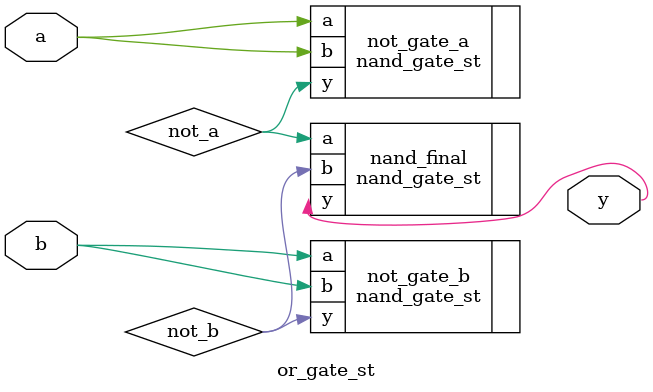
<source format=v>
module or_gate_st (
    input a,
    input b,
    output y
);

    wire not_a, not_b;

    // Use two NAND gates as inverters
    nand_gate_st not_gate_a (
        .a(a),
        .b(a),
        .y(not_a)
    );

    nand_gate_st not_gate_b (
        .a(b),
        .b(b),
        .y(not_b)
    );

    // Use a third NAND gate to combine the inverted inputs
    nand_gate_st nand_final (
        .a(not_a),
        .b(not_b),
        .y(y)
    );

endmodule

</source>
